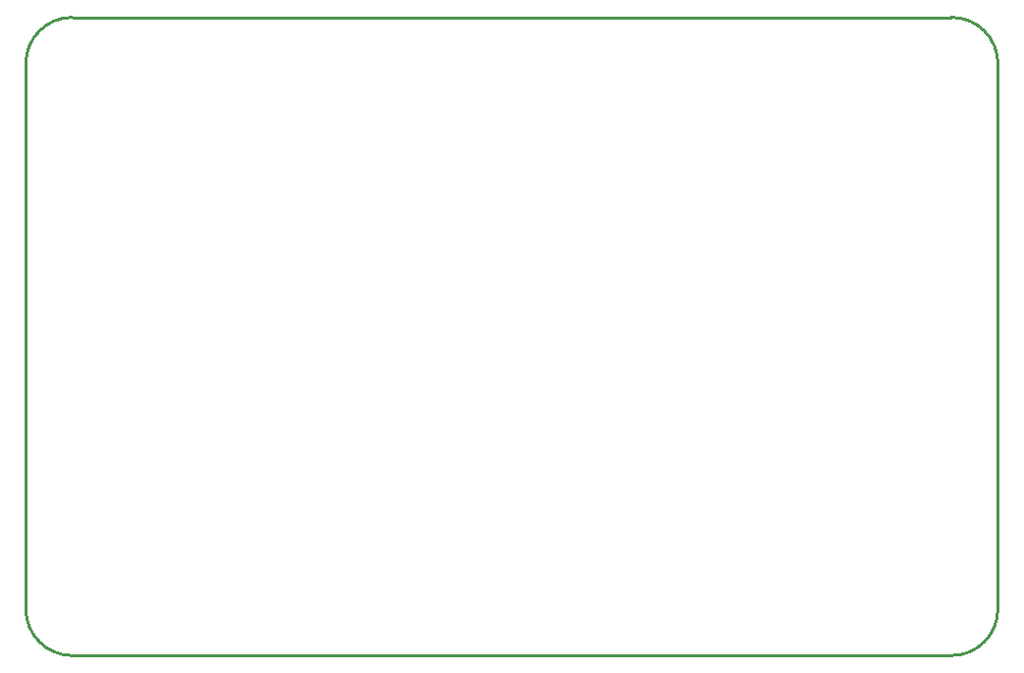
<source format=gm1>
%FSLAX42Y42*%
%MOMM*%
G71*
G01*
G75*
G04 Layer_Color=16711935*
%ADD10C,0.25*%
D10*
X7975Y8D02*
G03*
X8375Y408I0J400D01*
G01*
Y5108D02*
G03*
X7975Y5508I-400J0D01*
G01*
X400D02*
G03*
X0Y5108I0J-400D01*
G01*
Y408D02*
G03*
X400Y8I400J0D01*
G01*
X0Y408D02*
Y5108D01*
X400Y5508D02*
X7975D01*
X8375Y408D02*
Y5108D01*
X400Y8D02*
X7975D01*
M02*

</source>
